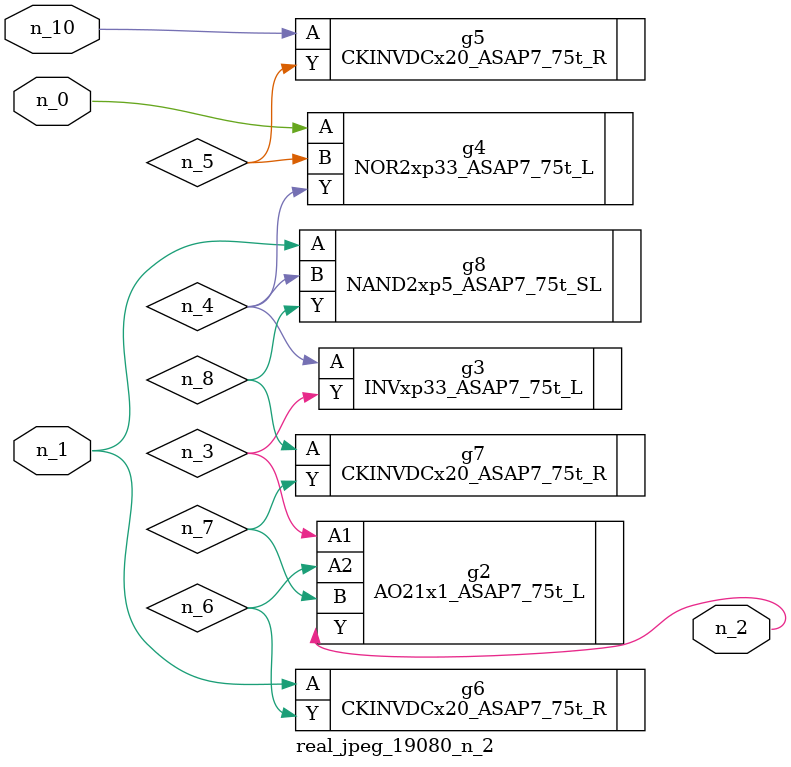
<source format=v>
module real_jpeg_19080_n_2 (n_1, n_10, n_0, n_2);

input n_1;
input n_10;
input n_0;

output n_2;

wire n_5;
wire n_4;
wire n_8;
wire n_6;
wire n_7;
wire n_3;

NOR2xp33_ASAP7_75t_L g4 ( 
.A(n_0),
.B(n_5),
.Y(n_4)
);

CKINVDCx20_ASAP7_75t_R g6 ( 
.A(n_1),
.Y(n_6)
);

NAND2xp5_ASAP7_75t_SL g8 ( 
.A(n_1),
.B(n_4),
.Y(n_8)
);

AO21x1_ASAP7_75t_L g2 ( 
.A1(n_3),
.A2(n_6),
.B(n_7),
.Y(n_2)
);

INVxp33_ASAP7_75t_L g3 ( 
.A(n_4),
.Y(n_3)
);

CKINVDCx20_ASAP7_75t_R g7 ( 
.A(n_8),
.Y(n_7)
);

CKINVDCx20_ASAP7_75t_R g5 ( 
.A(n_10),
.Y(n_5)
);


endmodule
</source>
